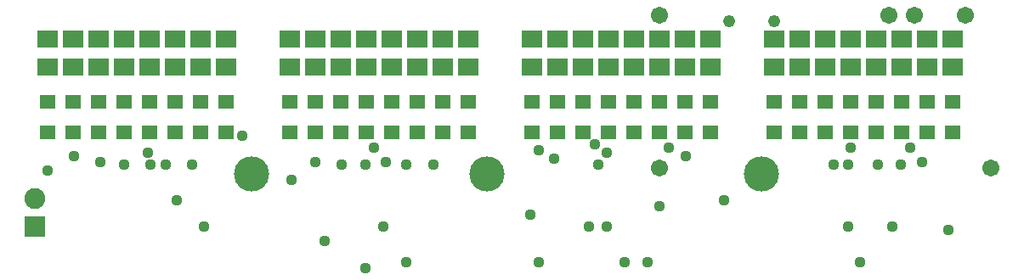
<source format=gts>
G75*
%MOIN*%
%OFA0B0*%
%FSLAX25Y25*%
%IPPOS*%
%LPD*%
%AMOC8*
5,1,8,0,0,1.08239X$1,22.5*
%
%ADD10C,0.13800*%
%ADD11R,0.06312X0.05524*%
%ADD12R,0.07887X0.07099*%
%ADD13R,0.08200X0.08200*%
%ADD14C,0.08200*%
%ADD15C,0.06706*%
%ADD16C,0.04400*%
%ADD17C,0.04762*%
D10*
X0098250Y0044300D03*
X0190750Y0044300D03*
X0298250Y0044300D03*
D11*
X0303250Y0060894D03*
X0313250Y0060894D03*
X0323250Y0060894D03*
X0333250Y0060894D03*
X0343250Y0060894D03*
X0353250Y0060894D03*
X0363250Y0060894D03*
X0373250Y0060894D03*
X0373250Y0072706D03*
X0363250Y0072706D03*
X0353250Y0072706D03*
X0343250Y0072706D03*
X0333250Y0072706D03*
X0323250Y0072706D03*
X0313250Y0072706D03*
X0303250Y0072706D03*
X0278250Y0072706D03*
X0268250Y0072706D03*
X0258250Y0072706D03*
X0248250Y0072706D03*
X0238250Y0072706D03*
X0228250Y0072706D03*
X0218250Y0072706D03*
X0208250Y0072706D03*
X0183250Y0072706D03*
X0173250Y0072706D03*
X0163250Y0072706D03*
X0153250Y0072706D03*
X0143250Y0072706D03*
X0133250Y0072706D03*
X0123250Y0072706D03*
X0113250Y0072706D03*
X0088250Y0072706D03*
X0078250Y0072706D03*
X0068250Y0072706D03*
X0058250Y0072706D03*
X0048250Y0072706D03*
X0038250Y0072706D03*
X0028250Y0072706D03*
X0018250Y0072706D03*
X0018250Y0060894D03*
X0028250Y0060894D03*
X0038250Y0060894D03*
X0048250Y0060894D03*
X0058250Y0060894D03*
X0068250Y0060894D03*
X0078250Y0060894D03*
X0088250Y0060894D03*
X0113250Y0060894D03*
X0123250Y0060894D03*
X0133250Y0060894D03*
X0143250Y0060894D03*
X0153250Y0060894D03*
X0163250Y0060894D03*
X0173250Y0060894D03*
X0183250Y0060894D03*
X0208250Y0060894D03*
X0218250Y0060894D03*
X0228250Y0060894D03*
X0238250Y0060894D03*
X0248250Y0060894D03*
X0258250Y0060894D03*
X0268250Y0060894D03*
X0278250Y0060894D03*
D12*
X0278250Y0086288D03*
X0268250Y0086288D03*
X0258250Y0086288D03*
X0248250Y0086288D03*
X0238250Y0086288D03*
X0228250Y0086288D03*
X0218250Y0086288D03*
X0208250Y0086288D03*
X0183250Y0086288D03*
X0173250Y0086288D03*
X0163250Y0086288D03*
X0153250Y0086288D03*
X0143250Y0086288D03*
X0133250Y0086288D03*
X0123250Y0086288D03*
X0113250Y0086288D03*
X0088250Y0086288D03*
X0078250Y0086288D03*
X0068250Y0086288D03*
X0058250Y0086288D03*
X0048250Y0086288D03*
X0038250Y0086288D03*
X0028250Y0086288D03*
X0018250Y0086288D03*
X0018250Y0097312D03*
X0028250Y0097312D03*
X0038250Y0097312D03*
X0048250Y0097312D03*
X0058250Y0097312D03*
X0068250Y0097312D03*
X0078250Y0097312D03*
X0088250Y0097312D03*
X0113250Y0097312D03*
X0123250Y0097312D03*
X0133250Y0097312D03*
X0143250Y0097312D03*
X0153250Y0097312D03*
X0163250Y0097312D03*
X0173250Y0097312D03*
X0183250Y0097312D03*
X0208250Y0097312D03*
X0218250Y0097312D03*
X0228250Y0097312D03*
X0238250Y0097312D03*
X0248250Y0097312D03*
X0258250Y0097312D03*
X0268250Y0097312D03*
X0278250Y0097312D03*
X0303250Y0097312D03*
X0313250Y0097312D03*
X0323250Y0097312D03*
X0333250Y0097312D03*
X0343250Y0097312D03*
X0353250Y0097312D03*
X0363250Y0097312D03*
X0373250Y0097312D03*
X0373250Y0086288D03*
X0363250Y0086288D03*
X0353250Y0086288D03*
X0343250Y0086288D03*
X0333250Y0086288D03*
X0323250Y0086288D03*
X0313250Y0086288D03*
X0303250Y0086288D03*
D13*
X0013250Y0023800D03*
D14*
X0013250Y0034800D03*
D15*
X0258250Y0046800D03*
X0388250Y0046800D03*
X0378250Y0106800D03*
X0358250Y0106800D03*
X0348250Y0106800D03*
X0258250Y0106800D03*
D16*
X0094442Y0059517D03*
X0123300Y0049128D03*
X0133689Y0047973D03*
X0142924Y0047973D03*
X0151004Y0049128D03*
X0159085Y0047973D03*
X0169474Y0047973D03*
X0146387Y0054899D03*
X0114066Y0042202D03*
X0074819Y0047973D03*
X0064430Y0047973D03*
X0058658Y0047973D03*
X0048269Y0047973D03*
X0039034Y0049128D03*
X0028645Y0051436D03*
X0018256Y0045665D03*
X0057504Y0052591D03*
X0069047Y0034121D03*
X0079436Y0023732D03*
X0126763Y0017961D03*
X0149850Y0023732D03*
X0159085Y0009880D03*
X0142924Y0007572D03*
X0207567Y0028350D03*
X0230653Y0023732D03*
X0237579Y0023732D03*
X0258357Y0031813D03*
X0283752Y0034121D03*
X0326463Y0047973D03*
X0332234Y0047973D03*
X0343778Y0047973D03*
X0353012Y0047973D03*
X0361093Y0049128D03*
X0356475Y0054899D03*
X0333389Y0054899D03*
X0268746Y0051436D03*
X0261820Y0054899D03*
X0237579Y0052591D03*
X0232962Y0056054D03*
X0216801Y0050282D03*
X0211030Y0053745D03*
X0234116Y0047973D03*
X0332234Y0023732D03*
X0349549Y0023732D03*
X0371481Y0022578D03*
X0336852Y0009880D03*
X0253740Y0009880D03*
X0244505Y0009880D03*
X0211030Y0009880D03*
D17*
X0285750Y0104300D03*
X0303250Y0104300D03*
M02*

</source>
